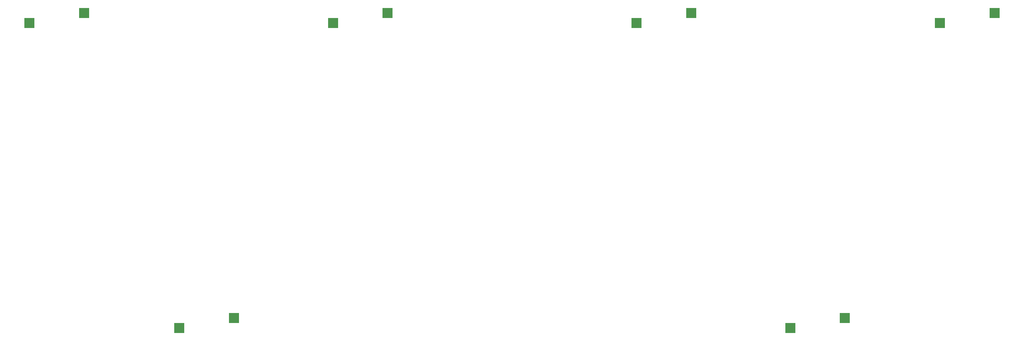
<source format=gbr>
%TF.GenerationSoftware,KiCad,Pcbnew,8.0.8*%
%TF.CreationDate,2025-02-25T20:31:50-05:00*%
%TF.ProjectId,keyboard,6b657962-6f61-4726-942e-6b696361645f,rev?*%
%TF.SameCoordinates,Original*%
%TF.FileFunction,Paste,Bot*%
%TF.FilePolarity,Positive*%
%FSLAX46Y46*%
G04 Gerber Fmt 4.6, Leading zero omitted, Abs format (unit mm)*
G04 Created by KiCad (PCBNEW 8.0.8) date 2025-02-25 20:31:50*
%MOMM*%
%LPD*%
G01*
G04 APERTURE LIST*
%ADD10R,2.550000X2.500000*%
G04 APERTURE END LIST*
D10*
%TO.C,K4*%
X314710000Y-125080000D03*
X328560000Y-122540000D03*
%TD*%
%TO.C,K1*%
X83710000Y-125080000D03*
X97560000Y-122540000D03*
%TD*%
%TO.C,K6*%
X276710000Y-202580000D03*
X290560000Y-200040000D03*
%TD*%
%TO.C,K5*%
X121710000Y-202580000D03*
X135560000Y-200040000D03*
%TD*%
%TO.C,K3*%
X237710000Y-125080000D03*
X251560000Y-122540000D03*
%TD*%
%TO.C,K2*%
X160710000Y-125080000D03*
X174560000Y-122540000D03*
%TD*%
M02*

</source>
